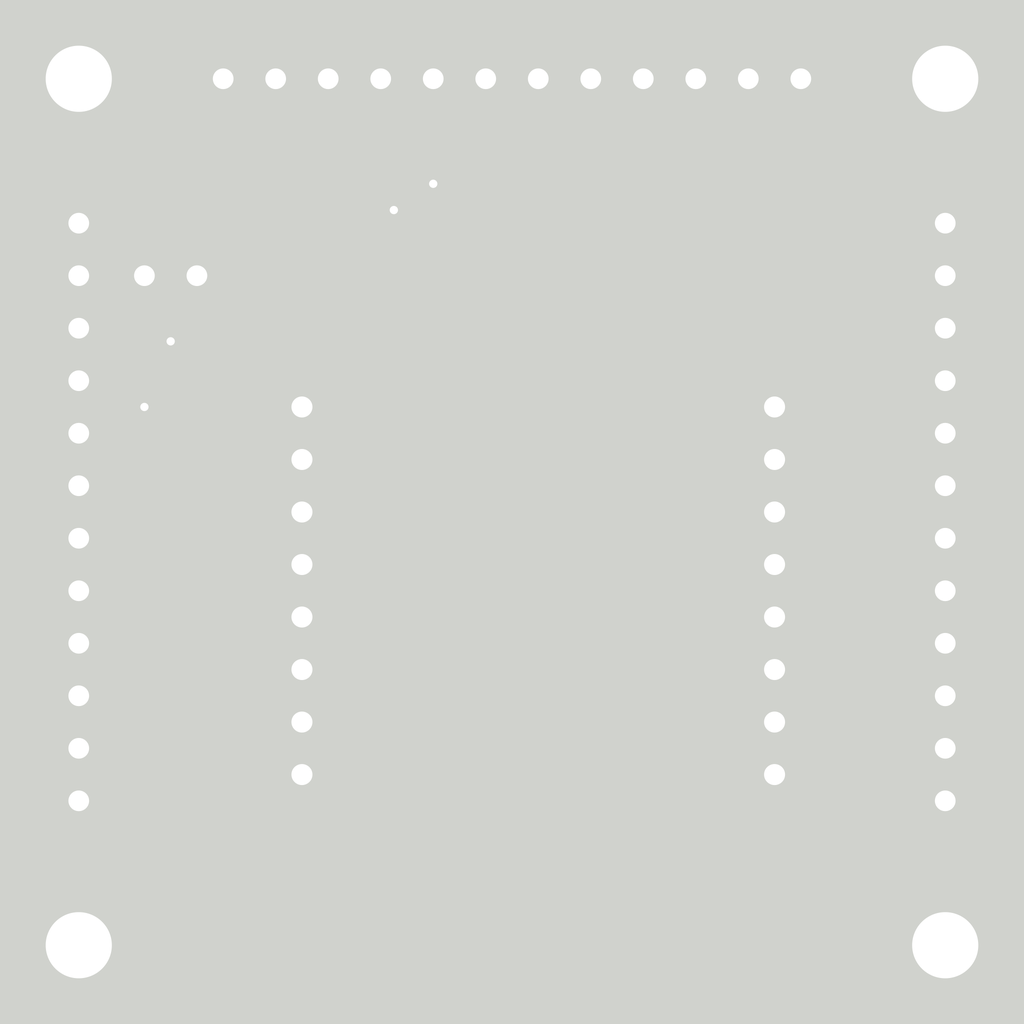
<source format=kicad_pcb>
(kicad_pcb (version 4) (host pcbnew 4.0.7+dfsg1-1~bpo9+1)

  (general
    (links 21)
    (no_connects 0)
    (area 0 0 0 0)
    (thickness 1.6)
    (drawings 14)
    (tracks 81)
    (zones 0)
    (modules 9)
    (nets 17)
  )

  (page A4)
  (layers
    (0 F.Cu signal)
    (31 B.Cu signal)
    (32 B.Adhes user)
    (33 F.Adhes user)
    (34 B.Paste user)
    (35 F.Paste user)
    (36 B.SilkS user)
    (37 F.SilkS user)
    (38 B.Mask user)
    (39 F.Mask user)
    (40 Dwgs.User user)
    (41 Cmts.User user)
    (42 Eco1.User user)
    (43 Eco2.User user)
    (44 Edge.Cuts user)
    (45 Margin user)
    (46 B.CrtYd user)
    (47 F.CrtYd user)
    (48 B.Fab user)
    (49 F.Fab user)
  )

  (setup
    (last_trace_width 0.25)
    (user_trace_width 0.5)
    (trace_clearance 0.2)
    (zone_clearance 0.508)
    (zone_45_only no)
    (trace_min 0.2)
    (segment_width 0.2)
    (edge_width 0.1)
    (via_size 0.6)
    (via_drill 0.4)
    (via_min_size 0.4)
    (via_min_drill 0.3)
    (uvia_size 0.3)
    (uvia_drill 0.1)
    (uvias_allowed no)
    (uvia_min_size 0.2)
    (uvia_min_drill 0.1)
    (pcb_text_width 0.3)
    (pcb_text_size 1.5 1.5)
    (mod_edge_width 0.15)
    (mod_text_size 1 1)
    (mod_text_width 0.15)
    (pad_size 1.5 1.5)
    (pad_drill 0.6)
    (pad_to_mask_clearance 0)
    (aux_axis_origin 0 0)
    (visible_elements FFFFFF7F)
    (pcbplotparams
      (layerselection 0x00030_80000001)
      (usegerberextensions false)
      (excludeedgelayer true)
      (linewidth 0.100000)
      (plotframeref false)
      (viasonmask false)
      (mode 1)
      (useauxorigin false)
      (hpglpennumber 1)
      (hpglpenspeed 20)
      (hpglpendiameter 15)
      (hpglpenoverlay 2)
      (psnegative false)
      (psa4output false)
      (plotreference true)
      (plotvalue true)
      (plotinvisibletext false)
      (padsonsilk false)
      (subtractmaskfromsilk false)
      (outputformat 1)
      (mirror false)
      (drillshape 1)
      (scaleselection 1)
      (outputdirectory ""))
  )

  (net 0 "")
  (net 1 /VIN)
  (net 2 /VCC)
  (net 3 /RX)
  (net 4 /TX)
  (net 5 /D0)
  (net 6 /D1)
  (net 7 /D2)
  (net 8 /D3)
  (net 9 /D4)
  (net 10 /D5)
  (net 11 /D6)
  (net 12 /D7)
  (net 13 /A0)
  (net 14 /D8)
  (net 15 "Net-(I1-Pad2)")
  (net 16 /GND)

  (net_class Default "This is the default net class."
    (clearance 0.2)
    (trace_width 0.25)
    (via_dia 0.6)
    (via_drill 0.4)
    (uvia_dia 0.3)
    (uvia_drill 0.1)
    (add_net /A0)
    (add_net /D0)
    (add_net /D1)
    (add_net /D2)
    (add_net /D3)
    (add_net /D4)
    (add_net /D5)
    (add_net /D6)
    (add_net /D7)
    (add_net /D8)
    (add_net /GND)
    (add_net /RX)
    (add_net /TX)
    (add_net /VCC)
    (add_net /VIN)
    (add_net "Net-(I1-Pad2)")
  )

  (module Mounting_Holes:MountingHole_3.2mm_M3 (layer F.Cu) (tedit 5AC4CC02) (tstamp 5ACA4CBC)
    (at 128.27 86.36)
    (descr "Mounting Hole 3.2mm, no annular, M3")
    (tags "mounting hole 3.2mm no annular m3")
    (fp_text reference M3 (at 0 2.54) (layer F.Fab)
      (effects (font (size 1 1) (thickness 0.15)))
    )
    (fp_text value "" (at 0 4.2) (layer F.Fab) hide
      (effects (font (size 1 1) (thickness 0.15)))
    )
    (fp_circle (center 0 0) (end 3.2 0) (layer Cmts.User) (width 0.15))
    (fp_circle (center 0 0) (end 3.45 0) (layer F.CrtYd) (width 0.05))
    (pad 1 np_thru_hole circle (at 0 0) (size 3.2 3.2) (drill 3.2) (layers *.Cu *.Mask))
  )

  (module Mounting_Holes:MountingHole_3.2mm_M3 (layer F.Cu) (tedit 5AC4CC05) (tstamp 5ACA4CC9)
    (at 170.18 86.36)
    (descr "Mounting Hole 3.2mm, no annular, M3")
    (tags "mounting hole 3.2mm no annular m3")
    (fp_text reference M3 (at 0 2.54) (layer F.Fab)
      (effects (font (size 1 1) (thickness 0.15)))
    )
    (fp_text value "" (at 0 4.2) (layer F.Fab) hide
      (effects (font (size 1 1) (thickness 0.15)))
    )
    (fp_circle (center 0 0) (end 3.2 0) (layer Cmts.User) (width 0.15))
    (fp_circle (center 0 0) (end 3.45 0) (layer F.CrtYd) (width 0.05))
    (pad 1 np_thru_hole circle (at 0 0) (size 3.2 3.2) (drill 3.2) (layers *.Cu *.Mask))
  )

  (module Mounting_Holes:MountingHole_3.2mm_M3 (layer F.Cu) (tedit 5AC4CC09) (tstamp 5ACA4CD6)
    (at 170.18 128.27)
    (descr "Mounting Hole 3.2mm, no annular, M3")
    (tags "mounting hole 3.2mm no annular m3")
    (fp_text reference "" (at 0 -4.2) (layer F.SilkS) hide
      (effects (font (size 1 1) (thickness 0.15)))
    )
    (fp_text value M3 (at 0 -2.54) (layer F.Fab)
      (effects (font (size 1 1) (thickness 0.15)))
    )
    (fp_circle (center 0 0) (end 3.2 0) (layer Cmts.User) (width 0.15))
    (fp_circle (center 0 0) (end 3.45 0) (layer F.CrtYd) (width 0.05))
    (pad 1 np_thru_hole circle (at 0 0) (size 3.2 3.2) (drill 3.2) (layers *.Cu *.Mask))
  )

  (module Mounting_Holes:MountingHole_3.2mm_M3 (layer F.Cu) (tedit 5AC4CC0E) (tstamp 5ACA4CE3)
    (at 128.27 128.27)
    (descr "Mounting Hole 3.2mm, no annular, M3")
    (tags "mounting hole 3.2mm no annular m3")
    (fp_text reference "" (at 0 -4.2) (layer F.SilkS) hide
      (effects (font (size 1 1) (thickness 0.15)))
    )
    (fp_text value M3 (at 0 -2.54) (layer F.Fab)
      (effects (font (size 1 1) (thickness 0.15)))
    )
    (fp_circle (center 0 0) (end 3.2 0) (layer Cmts.User) (width 0.15))
    (fp_circle (center 0 0) (end 3.45 0) (layer F.CrtYd) (width 0.05))
    (pad 1 np_thru_hole circle (at 0 0) (size 3.2 3.2) (drill 3.2) (layers *.Cu *.Mask))
  )

  (module Socket_Strips:Socket_Strip_Straight_1x12_Pitch2.54mm (layer F.Cu) (tedit 5AE8A52B) (tstamp 5AC3D673)
    (at 170.18 93.345)
    (descr "Through hole straight socket strip, 1x12, 2.54mm pitch, single row")
    (tags "Through hole socket strip THT 1x12 2.54mm single row")
    (path /5AC3D61D)
    (fp_text reference O1 (at 0 -2.33) (layer F.Fab)
      (effects (font (size 1 1) (thickness 0.15)))
    )
    (fp_text value Output (at 0 30.27) (layer F.Fab)
      (effects (font (size 1 1) (thickness 0.15)))
    )
    (fp_line (start -1.27 -1.27) (end -1.27 29.21) (layer F.Fab) (width 0.1))
    (fp_line (start -1.27 29.21) (end 1.27 29.21) (layer F.Fab) (width 0.1))
    (fp_line (start 1.27 29.21) (end 1.27 -1.27) (layer F.Fab) (width 0.1))
    (fp_line (start 1.27 -1.27) (end -1.27 -1.27) (layer F.Fab) (width 0.1))
    (fp_line (start -1.33 1.27) (end -1.33 29.27) (layer F.SilkS) (width 0.12))
    (fp_line (start -1.33 29.27) (end 1.33 29.27) (layer F.SilkS) (width 0.12))
    (fp_line (start 1.33 29.27) (end 1.33 1.27) (layer F.SilkS) (width 0.12))
    (fp_line (start 1.33 1.27) (end -1.33 1.27) (layer F.SilkS) (width 0.12))
    (fp_line (start -1.33 0) (end -1.33 -1.33) (layer F.SilkS) (width 0.12))
    (fp_line (start -1.33 -1.33) (end 0 -1.33) (layer F.SilkS) (width 0.12))
    (fp_line (start -1.8 -1.8) (end -1.8 29.75) (layer F.CrtYd) (width 0.05))
    (fp_line (start -1.8 29.75) (end 1.8 29.75) (layer F.CrtYd) (width 0.05))
    (fp_line (start 1.8 29.75) (end 1.8 -1.8) (layer F.CrtYd) (width 0.05))
    (fp_line (start 1.8 -1.8) (end -1.8 -1.8) (layer F.CrtYd) (width 0.05))
    (fp_text user %R (at 0 -2.33) (layer F.Fab) hide
      (effects (font (size 1 1) (thickness 0.15)))
    )
    (pad 1 thru_hole rect (at 0 0) (size 1.7 1.7) (drill 1) (layers *.Cu *.Mask)
      (net 1 /VIN))
    (pad 2 thru_hole oval (at 0 2.54) (size 1.7 1.7) (drill 1) (layers *.Cu *.Mask)
      (net 2 /VCC))
    (pad 3 thru_hole oval (at 0 5.08) (size 1.7 1.7) (drill 1) (layers *.Cu *.Mask)
      (net 16 /GND))
    (pad 4 thru_hole oval (at 0 7.62) (size 1.7 1.7) (drill 1) (layers *.Cu *.Mask))
    (pad 5 thru_hole oval (at 0 10.16) (size 1.7 1.7) (drill 1) (layers *.Cu *.Mask)
      (net 5 /D0))
    (pad 6 thru_hole oval (at 0 12.7) (size 1.7 1.7) (drill 1) (layers *.Cu *.Mask)
      (net 6 /D1))
    (pad 7 thru_hole oval (at 0 15.24) (size 1.7 1.7) (drill 1) (layers *.Cu *.Mask)
      (net 7 /D2))
    (pad 8 thru_hole oval (at 0 17.78) (size 1.7 1.7) (drill 1) (layers *.Cu *.Mask)
      (net 8 /D3))
    (pad 9 thru_hole oval (at 0 20.32) (size 1.7 1.7) (drill 1) (layers *.Cu *.Mask)
      (net 9 /D4))
    (pad 10 thru_hole oval (at 0 22.86) (size 1.7 1.7) (drill 1) (layers *.Cu *.Mask)
      (net 10 /D5))
    (pad 11 thru_hole oval (at 0 25.4) (size 1.7 1.7) (drill 1) (layers *.Cu *.Mask)
      (net 11 /D6))
    (pad 12 thru_hole oval (at 0 27.94) (size 1.7 1.7) (drill 1) (layers *.Cu *.Mask)
      (net 12 /D7))
    (model ${KISYS3DMOD}/Socket_Strips.3dshapes/Socket_Strip_Straight_1x12_Pitch2.54mm.wrl
      (at (xyz 0 -0.55 0))
      (scale (xyz 1 1 1))
      (rotate (xyz 0 0 270))
    )
  )

  (module Socket_Strips:Socket_Strip_Straight_1x12_Pitch2.54mm (layer F.Cu) (tedit 58CD5446) (tstamp 5ACB535D)
    (at 135.255 86.36 90)
    (descr "Through hole straight socket strip, 1x12, 2.54mm pitch, single row")
    (tags "Through hole socket strip THT 1x12 2.54mm single row")
    (path /5ACB521B)
    (fp_text reference O2 (at 0 -2.33 90) (layer F.SilkS)
      (effects (font (size 1 1) (thickness 0.15)))
    )
    (fp_text value Output (at 0 30.27 90) (layer F.Fab)
      (effects (font (size 1 1) (thickness 0.15)))
    )
    (fp_line (start -1.27 -1.27) (end -1.27 29.21) (layer F.Fab) (width 0.1))
    (fp_line (start -1.27 29.21) (end 1.27 29.21) (layer F.Fab) (width 0.1))
    (fp_line (start 1.27 29.21) (end 1.27 -1.27) (layer F.Fab) (width 0.1))
    (fp_line (start 1.27 -1.27) (end -1.27 -1.27) (layer F.Fab) (width 0.1))
    (fp_line (start -1.33 1.27) (end -1.33 29.27) (layer F.SilkS) (width 0.12))
    (fp_line (start -1.33 29.27) (end 1.33 29.27) (layer F.SilkS) (width 0.12))
    (fp_line (start 1.33 29.27) (end 1.33 1.27) (layer F.SilkS) (width 0.12))
    (fp_line (start 1.33 1.27) (end -1.33 1.27) (layer F.SilkS) (width 0.12))
    (fp_line (start -1.33 0) (end -1.33 -1.33) (layer F.SilkS) (width 0.12))
    (fp_line (start -1.33 -1.33) (end 0 -1.33) (layer F.SilkS) (width 0.12))
    (fp_line (start -1.8 -1.8) (end -1.8 29.75) (layer F.CrtYd) (width 0.05))
    (fp_line (start -1.8 29.75) (end 1.8 29.75) (layer F.CrtYd) (width 0.05))
    (fp_line (start 1.8 29.75) (end 1.8 -1.8) (layer F.CrtYd) (width 0.05))
    (fp_line (start 1.8 -1.8) (end -1.8 -1.8) (layer F.CrtYd) (width 0.05))
    (fp_text user %R (at 0 -2.33 90) (layer F.Fab)
      (effects (font (size 1 1) (thickness 0.15)))
    )
    (pad 1 thru_hole rect (at 0 0 90) (size 1.7 1.7) (drill 1) (layers *.Cu *.Mask)
      (net 1 /VIN))
    (pad 2 thru_hole oval (at 0 2.54 90) (size 1.7 1.7) (drill 1) (layers *.Cu *.Mask)
      (net 2 /VCC))
    (pad 3 thru_hole oval (at 0 5.08 90) (size 1.7 1.7) (drill 1) (layers *.Cu *.Mask)
      (net 16 /GND))
    (pad 4 thru_hole oval (at 0 7.62 90) (size 1.7 1.7) (drill 1) (layers *.Cu *.Mask))
    (pad 5 thru_hole oval (at 0 10.16 90) (size 1.7 1.7) (drill 1) (layers *.Cu *.Mask)
      (net 13 /A0))
    (pad 6 thru_hole oval (at 0 12.7 90) (size 1.7 1.7) (drill 1) (layers *.Cu *.Mask)
      (net 14 /D8))
    (pad 7 thru_hole oval (at 0 15.24 90) (size 1.7 1.7) (drill 1) (layers *.Cu *.Mask))
    (pad 8 thru_hole oval (at 0 17.78 90) (size 1.7 1.7) (drill 1) (layers *.Cu *.Mask))
    (pad 9 thru_hole oval (at 0 20.32 90) (size 1.7 1.7) (drill 1) (layers *.Cu *.Mask))
    (pad 10 thru_hole oval (at 0 22.86 90) (size 1.7 1.7) (drill 1) (layers *.Cu *.Mask))
    (pad 11 thru_hole oval (at 0 25.4 90) (size 1.7 1.7) (drill 1) (layers *.Cu *.Mask))
    (pad 12 thru_hole oval (at 0 27.94 90) (size 1.7 1.7) (drill 1) (layers *.Cu *.Mask))
    (model ${KISYS3DMOD}/Socket_Strips.3dshapes/Socket_Strip_Straight_1x12_Pitch2.54mm.wrl
      (at (xyz 0 -0.55 0))
      (scale (xyz 1 1 1))
      (rotate (xyz 0 0 270))
    )
  )

  (module ePlay:wemos (layer F.Cu) (tedit 5A860395) (tstamp 5ACB537D)
    (at 150.495 99.695)
    (descr http://wiki.stm32duino.com/images/a/ae/Bluepillpinout.gif)
    (path /5ACB4DC6)
    (fp_text reference U1 (at 0 -1) (layer F.Fab)
      (effects (font (size 1 1) (thickness 0.15)))
    )
    (fp_text value wemos (at 0 10 90) (layer F.SilkS)
      (effects (font (size 1 1) (thickness 0.15)))
    )
    (fp_text user USB (at 0 20) (layer F.SilkS)
      (effects (font (size 0.5 0.5) (thickness 0.075)))
    )
    (fp_line (start -13 -5) (end -13 23) (layer F.CrtYd) (width 0.15))
    (fp_line (start -13 23) (end 13 23) (layer F.CrtYd) (width 0.15))
    (fp_line (start 13 23) (end 13 -5) (layer F.CrtYd) (width 0.15))
    (fp_line (start 13 -5) (end -13 -5) (layer F.CrtYd) (width 0.15))
    (fp_line (start 3 23) (end 3 19) (layer F.CrtYd) (width 0.15))
    (fp_line (start 3 19) (end -3 19) (layer F.CrtYd) (width 0.15))
    (fp_line (start -3 19) (end -3 23) (layer F.CrtYd) (width 0.15))
    (fp_line (start -12.5 1.2) (end -12.5 22) (layer F.SilkS) (width 0.15))
    (fp_line (start -12.5 22) (end 12.5 22) (layer F.SilkS) (width 0.15))
    (fp_line (start 12.5 22) (end 12.5 1.2) (layer F.SilkS) (width 0.15))
    (fp_line (start 12.5 1.2) (end -12.5 1.2) (layer F.SilkS) (width 0.15))
    (pad 8 thru_hole circle (at 11.43 2.54) (size 1.7272 1.7272) (drill 1.016) (layers *.Cu *.Mask)
      (net 4 /TX))
    (pad 7 thru_hole circle (at 11.43 5.08) (size 1.7272 1.7272) (drill 1.016) (layers *.Cu *.Mask)
      (net 3 /RX))
    (pad 6 thru_hole circle (at 11.43 7.62) (size 1.7272 1.7272) (drill 1.016) (layers *.Cu *.Mask)
      (net 6 /D1))
    (pad 5 thru_hole circle (at 11.43 10.16) (size 1.7272 1.7272) (drill 1.016) (layers *.Cu *.Mask)
      (net 7 /D2))
    (pad 4 thru_hole circle (at 11.43 12.7) (size 1.7272 1.7272) (drill 1.016) (layers *.Cu *.Mask)
      (net 8 /D3))
    (pad 3 thru_hole circle (at 11.43 15.24) (size 1.7272 1.7272) (drill 1.016) (layers *.Cu *.Mask)
      (net 9 /D4))
    (pad 2 thru_hole circle (at 11.43 17.78) (size 1.7272 1.7272) (drill 1.016) (layers *.Cu *.Mask)
      (net 16 /GND))
    (pad 1 thru_hole circle (at 11.43 20.32) (size 1.7272 1.7272) (drill 1.016) (layers *.Cu *.Mask))
    (pad 9 thru_hole circle (at -11.43 2.54) (size 1.7272 1.7272) (drill 1.016) (layers *.Cu *.Mask))
    (pad 10 thru_hole circle (at -11.43 5.08) (size 1.7272 1.7272) (drill 1.016) (layers *.Cu *.Mask)
      (net 13 /A0))
    (pad 11 thru_hole circle (at -11.43 7.62) (size 1.7272 1.7272) (drill 1.016) (layers *.Cu *.Mask)
      (net 5 /D0))
    (pad 12 thru_hole circle (at -11.43 10.16) (size 1.7272 1.7272) (drill 1.016) (layers *.Cu *.Mask)
      (net 10 /D5))
    (pad 13 thru_hole circle (at -11.43 12.7) (size 1.7272 1.7272) (drill 1.016) (layers *.Cu *.Mask)
      (net 11 /D6))
    (pad 14 thru_hole circle (at -11.43 15.24) (size 1.7272 1.7272) (drill 1.016) (layers *.Cu *.Mask)
      (net 12 /D7))
    (pad 15 thru_hole circle (at -11.43 17.78) (size 1.7272 1.7272) (drill 1.016) (layers *.Cu *.Mask)
      (net 14 /D8))
    (pad 16 thru_hole circle (at -11.43 20.32) (size 1.7272 1.7272) (drill 1.016) (layers *.Cu *.Mask)
      (net 2 /VCC))
  )

  (module Socket_Strips:Socket_Strip_Straight_1x12_Pitch2.54mm (layer F.Cu) (tedit 5AE8A51F) (tstamp 5ACB53F9)
    (at 128.27 93.345)
    (descr "Through hole straight socket strip, 1x12, 2.54mm pitch, single row")
    (tags "Through hole socket strip THT 1x12 2.54mm single row")
    (path /5ACB4E97)
    (fp_text reference I1 (at 0 -2.33) (layer F.Fab)
      (effects (font (size 1 1) (thickness 0.15)))
    )
    (fp_text value SerialInput (at 3.175 25.4 90) (layer F.Fab)
      (effects (font (size 1 1) (thickness 0.15)))
    )
    (fp_line (start -1.27 -1.27) (end -1.27 29.21) (layer F.Fab) (width 0.1))
    (fp_line (start -1.27 29.21) (end 1.27 29.21) (layer F.Fab) (width 0.1))
    (fp_line (start 1.27 29.21) (end 1.27 -1.27) (layer F.Fab) (width 0.1))
    (fp_line (start 1.27 -1.27) (end -1.27 -1.27) (layer F.Fab) (width 0.1))
    (fp_line (start -1.33 1.27) (end -1.33 29.27) (layer F.SilkS) (width 0.12))
    (fp_line (start -1.33 29.27) (end 1.33 29.27) (layer F.SilkS) (width 0.12))
    (fp_line (start 1.33 29.27) (end 1.33 1.27) (layer F.SilkS) (width 0.12))
    (fp_line (start 1.33 1.27) (end -1.33 1.27) (layer F.SilkS) (width 0.12))
    (fp_line (start -1.33 0) (end -1.33 -1.33) (layer F.SilkS) (width 0.12))
    (fp_line (start -1.33 -1.33) (end 0 -1.33) (layer F.SilkS) (width 0.12))
    (fp_line (start -1.8 -1.8) (end -1.8 29.75) (layer F.CrtYd) (width 0.05))
    (fp_line (start -1.8 29.75) (end 1.8 29.75) (layer F.CrtYd) (width 0.05))
    (fp_line (start 1.8 29.75) (end 1.8 -1.8) (layer F.CrtYd) (width 0.05))
    (fp_line (start 1.8 -1.8) (end -1.8 -1.8) (layer F.CrtYd) (width 0.05))
    (fp_text user %R (at 0 -2.33) (layer F.Fab) hide
      (effects (font (size 1 1) (thickness 0.15)))
    )
    (pad 1 thru_hole rect (at 0 0) (size 1.7 1.7) (drill 1) (layers *.Cu *.Mask)
      (net 1 /VIN))
    (pad 2 thru_hole oval (at 0 2.54) (size 1.7 1.7) (drill 1) (layers *.Cu *.Mask)
      (net 15 "Net-(I1-Pad2)"))
    (pad 3 thru_hole oval (at 0 5.08) (size 1.7 1.7) (drill 1) (layers *.Cu *.Mask)
      (net 16 /GND))
    (pad 4 thru_hole oval (at 0 7.62) (size 1.7 1.7) (drill 1) (layers *.Cu *.Mask))
    (pad 5 thru_hole oval (at 0 10.16) (size 1.7 1.7) (drill 1) (layers *.Cu *.Mask))
    (pad 6 thru_hole oval (at 0 12.7) (size 1.7 1.7) (drill 1) (layers *.Cu *.Mask))
    (pad 7 thru_hole oval (at 0 15.24) (size 1.7 1.7) (drill 1) (layers *.Cu *.Mask))
    (pad 8 thru_hole oval (at 0 17.78) (size 1.7 1.7) (drill 1) (layers *.Cu *.Mask))
    (pad 9 thru_hole oval (at 0 20.32) (size 1.7 1.7) (drill 1) (layers *.Cu *.Mask))
    (pad 10 thru_hole oval (at 0 22.86) (size 1.7 1.7) (drill 1) (layers *.Cu *.Mask))
    (pad 11 thru_hole oval (at 0 25.4) (size 1.7 1.7) (drill 1) (layers *.Cu *.Mask)
      (net 3 /RX))
    (pad 12 thru_hole oval (at 0 27.94) (size 1.7 1.7) (drill 1) (layers *.Cu *.Mask)
      (net 4 /TX))
    (model ${KISYS3DMOD}/Socket_Strips.3dshapes/Socket_Strip_Straight_1x12_Pitch2.54mm.wrl
      (at (xyz 0 -0.55 0))
      (scale (xyz 1 1 1))
      (rotate (xyz 0 0 270))
    )
  )

  (module Pin_Headers:Pin_Header_Straight_1x02_Pitch2.54mm (layer F.Cu) (tedit 5AFF1ABA) (tstamp 5ACB55D3)
    (at 131.445 95.885 90)
    (descr "Through hole straight pin header, 1x02, 2.54mm pitch, single row")
    (tags "Through hole pin header THT 1x02 2.54mm single row")
    (path /5ACB5698)
    (fp_text reference SW1 (at -2.54 1.27 180) (layer F.Fab)
      (effects (font (size 1 1) (thickness 0.15)))
    )
    (fp_text value SW_SPST (at 0 4.87 90) (layer F.Fab)
      (effects (font (size 1 1) (thickness 0.15)))
    )
    (fp_line (start -0.635 -1.27) (end 1.27 -1.27) (layer F.Fab) (width 0.1))
    (fp_line (start 1.27 -1.27) (end 1.27 3.81) (layer F.Fab) (width 0.1))
    (fp_line (start 1.27 3.81) (end -1.27 3.81) (layer F.Fab) (width 0.1))
    (fp_line (start -1.27 3.81) (end -1.27 -0.635) (layer F.Fab) (width 0.1))
    (fp_line (start -1.27 -0.635) (end -0.635 -1.27) (layer F.Fab) (width 0.1))
    (fp_line (start -1.33 3.87) (end 1.33 3.87) (layer F.SilkS) (width 0.12))
    (fp_line (start -1.33 1.27) (end -1.33 3.87) (layer F.SilkS) (width 0.12))
    (fp_line (start 1.33 1.27) (end 1.33 3.87) (layer F.SilkS) (width 0.12))
    (fp_line (start -1.33 1.27) (end 1.33 1.27) (layer F.SilkS) (width 0.12))
    (fp_line (start -1.33 0) (end -1.33 -1.33) (layer F.SilkS) (width 0.12))
    (fp_line (start -1.33 -1.33) (end 0 -1.33) (layer F.SilkS) (width 0.12))
    (fp_line (start -1.8 -1.8) (end -1.8 4.35) (layer F.CrtYd) (width 0.05))
    (fp_line (start -1.8 4.35) (end 1.8 4.35) (layer F.CrtYd) (width 0.05))
    (fp_line (start 1.8 4.35) (end 1.8 -1.8) (layer F.CrtYd) (width 0.05))
    (fp_line (start 1.8 -1.8) (end -1.8 -1.8) (layer F.CrtYd) (width 0.05))
    (fp_text user %R (at 0 1.27 180) (layer F.Fab)
      (effects (font (size 1 1) (thickness 0.15)))
    )
    (pad 1 thru_hole rect (at 0 0 90) (size 1.7 1.7) (drill 1) (layers *.Cu *.Mask)
      (net 15 "Net-(I1-Pad2)"))
    (pad 2 thru_hole oval (at 0 2.54 90) (size 1.7 1.7) (drill 1) (layers *.Cu *.Mask)
      (net 2 /VCC))
    (model ${KISYS3DMOD}/Pin_Headers.3dshapes/Pin_Header_Straight_1x02_Pitch2.54mm.wrl
      (at (xyz 0 0 0))
      (scale (xyz 1 1 1))
      (rotate (xyz 0 0 0))
    )
  )

  (gr_text INPUT (at 131.445 109.22 90) (layer F.SilkS)
    (effects (font (size 1.5 1.5) (thickness 0.3)))
  )
  (gr_text OUTPUT (at 166.37 96.52 90) (layer F.SilkS)
    (effects (font (size 1.5 1.5) (thickness 0.3)))
  )
  (gr_text D8 (at 147.955 90.17 90) (layer F.SilkS)
    (effects (font (size 1.5 1.5) (thickness 0.3)))
  )
  (gr_text A0 (at 145.415 90.17 90) (layer F.SilkS)
    (effects (font (size 1.5 1.5) (thickness 0.3)))
  )
  (gr_text D0 (at 166.37 103.505) (layer F.SilkS)
    (effects (font (size 1.5 1.5) (thickness 0.3)))
  )
  (gr_text D1 (at 166.37 106.045) (layer F.SilkS)
    (effects (font (size 1.5 1.5) (thickness 0.3)))
  )
  (gr_text D2 (at 166.37 108.585) (layer F.SilkS)
    (effects (font (size 1.5 1.5) (thickness 0.3)))
  )
  (gr_text D3 (at 166.37 111.125) (layer F.SilkS)
    (effects (font (size 1.5 1.5) (thickness 0.3)))
  )
  (gr_text D4 (at 166.37 113.665) (layer F.SilkS)
    (effects (font (size 1.5 1.5) (thickness 0.3)))
  )
  (gr_text D5 (at 166.37 116.205) (layer F.SilkS)
    (effects (font (size 1.5 1.5) (thickness 0.3)))
  )
  (gr_text D6 (at 166.37 118.745) (layer F.SilkS)
    (effects (font (size 1.5 1.5) (thickness 0.3)))
  )
  (gr_text D7 (at 166.37 121.285) (layer F.SilkS)
    (effects (font (size 1.5 1.5) (thickness 0.3)))
  )
  (gr_text "Power\nFrom\nInput?" (at 130.81 91.44) (layer F.SilkS)
    (effects (font (size 1 1) (thickness 0.2)) (justify left))
  )
  (gr_text "WeMos v1.0\nnickthecoder.co.uk" (at 135.255 128.27) (layer F.SilkS)
    (effects (font (size 1.5 1.5) (thickness 0.3)) (justify left))
  )

  (segment (start 167.005 90.17) (end 166.37 89.535) (width 0.5) (layer F.Cu) (net 1))
  (segment (start 166.37 89.535) (end 166.37 86.36) (width 0.5) (layer F.Cu) (net 1) (tstamp 5ACB5502))
  (segment (start 135.255 86.36) (end 135.255 85.725) (width 0.5) (layer F.Cu) (net 1))
  (segment (start 135.255 85.725) (end 136.525 84.455) (width 0.5) (layer F.Cu) (net 1) (tstamp 5ACB54F9))
  (segment (start 136.525 84.455) (end 164.465 84.455) (width 0.5) (layer F.Cu) (net 1) (tstamp 5ACB54FA))
  (segment (start 164.465 84.455) (end 166.37 86.36) (width 0.5) (layer F.Cu) (net 1) (tstamp 5ACB54FB))
  (segment (start 167.005 90.17) (end 170.18 93.345) (width 0.5) (layer F.Cu) (net 1) (tstamp 5ACB54FE))
  (segment (start 128.27 93.345) (end 135.255 86.36) (width 0.5) (layer F.Cu) (net 1))
  (segment (start 128.27 93.345) (end 128.905 93.345) (width 0.5) (layer F.Cu) (net 1))
  (segment (start 139.065 120.015) (end 137.16 120.015) (width 0.5) (layer F.Cu) (net 2))
  (segment (start 133.985 116.84) (end 133.985 95.885) (width 0.5) (layer F.Cu) (net 2) (tstamp 5ACB561C))
  (segment (start 137.16 120.015) (end 133.985 116.84) (width 0.5) (layer F.Cu) (net 2))
  (segment (start 137.795 90.17) (end 161.925 90.17) (width 0.5) (layer F.Cu) (net 2))
  (segment (start 167.64 95.885) (end 170.18 95.885) (width 0.5) (layer F.Cu) (net 2) (tstamp 5ACB562E))
  (segment (start 161.925 90.17) (end 167.64 95.885) (width 0.5) (layer F.Cu) (net 2) (tstamp 5ACB562C))
  (segment (start 134.3025 94.2975) (end 134.3025 93.6625) (width 0.5) (layer F.Cu) (net 2))
  (segment (start 134.3025 93.6625) (end 137.795 90.17) (width 0.5) (layer F.Cu) (net 2) (tstamp 5ACB5627))
  (segment (start 133.985 95.885) (end 133.985 94.615) (width 0.5) (layer F.Cu) (net 2))
  (segment (start 137.795 90.17) (end 137.795 86.36) (width 0.5) (layer F.Cu) (net 2) (tstamp 5ACB562A))
  (segment (start 133.985 94.615) (end 134.3025 94.2975) (width 0.5) (layer F.Cu) (net 2) (tstamp 5ACB561F))
  (segment (start 161.925 104.775) (end 160.02 104.775) (width 0.25) (layer B.Cu) (net 3))
  (segment (start 131.445 116.205) (end 128.905 118.745) (width 0.25) (layer F.Cu) (net 3) (tstamp 5ACB5951))
  (segment (start 146.685 104.775) (end 154.94 104.775) (width 0.25) (layer B.Cu) (net 3) (tstamp 5ACB5966))
  (segment (start 140.97 99.06) (end 146.685 104.775) (width 0.25) (layer B.Cu) (net 3) (tstamp 5ACB5960))
  (segment (start 134.62 99.06) (end 140.97 99.06) (width 0.25) (layer B.Cu) (net 3) (tstamp 5ACB595F))
  (segment (start 131.445 102.235) (end 134.62 99.06) (width 0.25) (layer B.Cu) (net 3) (tstamp 5ACB595E))
  (via (at 131.445 102.235) (size 0.6) (drill 0.4) (layers F.Cu B.Cu) (net 3))
  (segment (start 131.445 116.205) (end 131.445 102.235) (width 0.25) (layer F.Cu) (net 3) (tstamp 5ACB5952))
  (segment (start 160.02 104.775) (end 154.94 104.775) (width 0.25) (layer B.Cu) (net 3))
  (segment (start 128.27 118.745) (end 128.905 118.745) (width 0.25) (layer F.Cu) (net 3))
  (segment (start 161.925 102.235) (end 160.02 102.235) (width 0.25) (layer B.Cu) (net 4))
  (segment (start 146.685 102.235) (end 142.24 97.79) (width 0.25) (layer B.Cu) (net 4) (tstamp 5ACB5976))
  (segment (start 142.24 97.79) (end 133.985 97.79) (width 0.25) (layer B.Cu) (net 4) (tstamp 5ACB5978))
  (segment (start 133.985 97.79) (end 132.715 99.06) (width 0.25) (layer B.Cu) (net 4) (tstamp 5ACB5979))
  (via (at 132.715 99.06) (size 0.6) (drill 0.4) (layers F.Cu B.Cu) (net 4))
  (segment (start 132.715 99.06) (end 132.715 117.475) (width 0.25) (layer F.Cu) (net 4) (tstamp 5ACB5980))
  (segment (start 132.715 117.475) (end 128.905 121.285) (width 0.25) (layer F.Cu) (net 4) (tstamp 5ACB5981))
  (segment (start 160.02 102.235) (end 146.685 102.235) (width 0.25) (layer B.Cu) (net 4))
  (segment (start 128.905 121.285) (end 128.27 121.285) (width 0.25) (layer F.Cu) (net 4) (tstamp 5ACB5982))
  (segment (start 139.065 107.315) (end 139.7 107.315) (width 0.25) (layer F.Cu) (net 5))
  (segment (start 139.7 107.315) (end 146.685 100.33) (width 0.25) (layer F.Cu) (net 5) (tstamp 5ACB5AE7))
  (segment (start 146.685 100.33) (end 167.005 100.33) (width 0.25) (layer F.Cu) (net 5) (tstamp 5ACB5AE8))
  (segment (start 167.005 100.33) (end 170.18 103.505) (width 0.25) (layer F.Cu) (net 5) (tstamp 5ACB5AEA))
  (segment (start 161.925 107.315) (end 168.91 107.315) (width 0.25) (layer F.Cu) (net 6))
  (segment (start 168.91 107.315) (end 170.18 106.045) (width 0.25) (layer F.Cu) (net 6) (tstamp 5ACB5AD2))
  (segment (start 161.925 109.855) (end 168.91 109.855) (width 0.25) (layer F.Cu) (net 7))
  (segment (start 168.91 109.855) (end 170.18 108.585) (width 0.25) (layer F.Cu) (net 7) (tstamp 5ACB5AD6))
  (segment (start 161.925 112.395) (end 168.91 112.395) (width 0.25) (layer F.Cu) (net 8))
  (segment (start 168.91 112.395) (end 170.18 111.125) (width 0.25) (layer F.Cu) (net 8) (tstamp 5ACB5ADA))
  (segment (start 161.925 114.935) (end 168.91 114.935) (width 0.25) (layer F.Cu) (net 9))
  (segment (start 168.91 114.935) (end 170.18 113.665) (width 0.25) (layer F.Cu) (net 9) (tstamp 5ACB5ADE))
  (segment (start 139.7 109.855) (end 151.765 121.92) (width 0.25) (layer F.Cu) (net 10) (tstamp 5ACB58D5))
  (segment (start 170.18 116.205) (end 169.545 116.205) (width 0.25) (layer F.Cu) (net 10))
  (segment (start 169.545 116.205) (end 163.83 121.92) (width 0.25) (layer F.Cu) (net 10) (tstamp 5ACB5843))
  (segment (start 163.83 121.92) (end 151.765 121.92) (width 0.25) (layer F.Cu) (net 10) (tstamp 5ACB5844))
  (segment (start 139.7 112.395) (end 150.495 123.19) (width 0.25) (layer F.Cu) (net 11) (tstamp 5ACB58DA))
  (segment (start 170.18 118.745) (end 168.91 118.745) (width 0.25) (layer F.Cu) (net 11))
  (segment (start 168.91 118.745) (end 164.465 123.19) (width 0.25) (layer F.Cu) (net 11) (tstamp 5ACB583B))
  (segment (start 164.465 123.19) (end 150.495 123.19) (width 0.25) (layer F.Cu) (net 11) (tstamp 5ACB583D))
  (segment (start 148.59 123.825) (end 149.225 124.46) (width 0.25) (layer F.Cu) (net 12))
  (segment (start 139.7 114.935) (end 148.59 123.825) (width 0.25) (layer F.Cu) (net 12) (tstamp 5ACB58DF))
  (segment (start 165.735 124.46) (end 149.225 124.46) (width 0.25) (layer F.Cu) (net 12) (tstamp 5ACB5835))
  (segment (start 168.91 121.285) (end 165.735 124.46) (width 0.25) (layer F.Cu) (net 12) (tstamp 5ACB5831))
  (segment (start 170.18 121.285) (end 168.91 121.285) (width 0.25) (layer F.Cu) (net 12))
  (segment (start 145.415 93.345) (end 145.415 97.79) (width 0.25) (layer F.Cu) (net 13))
  (segment (start 145.415 99.06) (end 139.7 104.775) (width 0.25) (layer F.Cu) (net 13) (tstamp 5ACB5AEF))
  (segment (start 145.415 97.79) (end 145.415 99.06) (width 0.25) (layer F.Cu) (net 13) (tstamp 5ACB5AEE))
  (segment (start 139.7 104.775) (end 139.065 104.775) (width 0.25) (layer F.Cu) (net 13) (tstamp 5ACB5AF0))
  (segment (start 145.415 93.345) (end 145.415 91.44) (width 0.25) (layer F.Cu) (net 13) (tstamp 5ACB5930))
  (via (at 145.415 91.44) (size 0.6) (drill 0.4) (layers F.Cu B.Cu) (net 13))
  (segment (start 145.415 91.44) (end 145.415 86.36) (width 0.25) (layer B.Cu) (net 13) (tstamp 5ACB5583))
  (segment (start 139.065 117.475) (end 137.16 117.475) (width 0.25) (layer F.Cu) (net 14))
  (segment (start 135.255 115.57) (end 135.255 100.33) (width 0.25) (layer F.Cu) (net 14) (tstamp 5ACB5587))
  (segment (start 135.255 100.33) (end 142.875 92.71) (width 0.25) (layer F.Cu) (net 14) (tstamp 5ACB5588))
  (segment (start 142.875 92.71) (end 143.51 92.71) (width 0.25) (layer F.Cu) (net 14) (tstamp 5ACB5589))
  (via (at 143.51 92.71) (size 0.6) (drill 0.4) (layers F.Cu B.Cu) (net 14))
  (segment (start 143.51 92.71) (end 146.685 92.71) (width 0.25) (layer B.Cu) (net 14) (tstamp 5ACB558B))
  (segment (start 146.685 92.71) (end 147.955 91.44) (width 0.25) (layer B.Cu) (net 14) (tstamp 5ACB558C))
  (segment (start 147.955 91.44) (end 147.955 86.36) (width 0.25) (layer B.Cu) (net 14) (tstamp 5ACB558D))
  (segment (start 137.16 117.475) (end 135.255 115.57) (width 0.25) (layer F.Cu) (net 14))
  (segment (start 128.27 95.885) (end 131.445 95.885) (width 0.5) (layer F.Cu) (net 15))

  (zone (net 0) (net_name "") (layer Edge.Cuts) (tstamp 5AC24303) (hatch edge 0.508)
    (connect_pads (clearance 0.508))
    (min_thickness 0.001)
    (fill yes (arc_segments 16) (thermal_gap 0.508) (thermal_bridge_width 0.508))
    (polygon
      (pts
        (xy 173.99 132.08) (xy 124.46 132.08) (xy 124.46 82.55) (xy 173.99 82.55)
      )
    )
    (filled_polygon
      (pts
        (xy 173.9895 132.0795) (xy 124.4605 132.0795) (xy 124.4605 82.5505) (xy 173.9895 82.5505)
      )
    )
  )
  (zone (net 16) (net_name /GND) (layer B.Cu) (tstamp 5AC245F7) (hatch edge 0.508)
    (connect_pads (clearance 0.508))
    (min_thickness 0.254)
    (fill yes (arc_segments 16) (thermal_gap 0.508) (thermal_bridge_width 0.508))
    (polygon
      (pts
        (xy 172.72 130.81) (xy 125.73 130.81) (xy 125.73 83.82) (xy 172.72 83.82)
      )
    )
    (filled_polygon
      (pts
        (xy 172.593 130.683) (xy 125.857 130.683) (xy 125.857 128.712619) (xy 126.034613 128.712619) (xy 126.374155 129.534372)
        (xy 127.002321 130.163636) (xy 127.823481 130.504611) (xy 128.712619 130.505387) (xy 129.534372 130.165845) (xy 130.163636 129.537679)
        (xy 130.504611 128.716519) (xy 130.504614 128.712619) (xy 167.944613 128.712619) (xy 168.284155 129.534372) (xy 168.912321 130.163636)
        (xy 169.733481 130.504611) (xy 170.622619 130.505387) (xy 171.444372 130.165845) (xy 172.073636 129.537679) (xy 172.414611 128.716519)
        (xy 172.415387 127.827381) (xy 172.075845 127.005628) (xy 171.447679 126.376364) (xy 170.626519 126.035389) (xy 169.737381 126.034613)
        (xy 168.915628 126.374155) (xy 168.286364 127.002321) (xy 167.945389 127.823481) (xy 167.944613 128.712619) (xy 130.504614 128.712619)
        (xy 130.505387 127.827381) (xy 130.165845 127.005628) (xy 129.537679 126.376364) (xy 128.716519 126.035389) (xy 127.827381 126.034613)
        (xy 127.005628 126.374155) (xy 126.376364 127.002321) (xy 126.035389 127.823481) (xy 126.034613 128.712619) (xy 125.857 128.712619)
        (xy 125.857 100.965) (xy 126.755907 100.965) (xy 126.868946 101.533285) (xy 127.190853 102.015054) (xy 127.520026 102.235)
        (xy 127.190853 102.454946) (xy 126.868946 102.936715) (xy 126.755907 103.505) (xy 126.868946 104.073285) (xy 127.190853 104.555054)
        (xy 127.520026 104.775) (xy 127.190853 104.994946) (xy 126.868946 105.476715) (xy 126.755907 106.045) (xy 126.868946 106.613285)
        (xy 127.190853 107.095054) (xy 127.520026 107.315) (xy 127.190853 107.534946) (xy 126.868946 108.016715) (xy 126.755907 108.585)
        (xy 126.868946 109.153285) (xy 127.190853 109.635054) (xy 127.520026 109.855) (xy 127.190853 110.074946) (xy 126.868946 110.556715)
        (xy 126.755907 111.125) (xy 126.868946 111.693285) (xy 127.190853 112.175054) (xy 127.520026 112.395) (xy 127.190853 112.614946)
        (xy 126.868946 113.096715) (xy 126.755907 113.665) (xy 126.868946 114.233285) (xy 127.190853 114.715054) (xy 127.520026 114.935)
        (xy 127.190853 115.154946) (xy 126.868946 115.636715) (xy 126.755907 116.205) (xy 126.868946 116.773285) (xy 127.190853 117.255054)
        (xy 127.520026 117.475) (xy 127.190853 117.694946) (xy 126.868946 118.176715) (xy 126.755907 118.745) (xy 126.868946 119.313285)
        (xy 127.190853 119.795054) (xy 127.520026 120.015) (xy 127.190853 120.234946) (xy 126.868946 120.716715) (xy 126.755907 121.285)
        (xy 126.868946 121.853285) (xy 127.190853 122.335054) (xy 127.672622 122.656961) (xy 128.240907 122.77) (xy 128.299093 122.77)
        (xy 128.867378 122.656961) (xy 129.349147 122.335054) (xy 129.671054 121.853285) (xy 129.784093 121.285) (xy 129.671054 120.716715)
        (xy 129.349147 120.234946) (xy 129.019974 120.015) (xy 129.349147 119.795054) (xy 129.671054 119.313285) (xy 129.784093 118.745)
        (xy 129.671054 118.176715) (xy 129.349147 117.694946) (xy 129.019974 117.475) (xy 129.349147 117.255054) (xy 129.671054 116.773285)
        (xy 129.784093 116.205) (xy 129.671054 115.636715) (xy 129.349147 115.154946) (xy 129.019974 114.935) (xy 129.349147 114.715054)
        (xy 129.671054 114.233285) (xy 129.784093 113.665) (xy 129.671054 113.096715) (xy 129.349147 112.614946) (xy 129.019974 112.395)
        (xy 129.349147 112.175054) (xy 129.671054 111.693285) (xy 129.784093 111.125) (xy 129.671054 110.556715) (xy 129.349147 110.074946)
        (xy 129.019974 109.855) (xy 129.349147 109.635054) (xy 129.671054 109.153285) (xy 129.784093 108.585) (xy 129.671054 108.016715)
        (xy 129.349147 107.534946) (xy 129.019974 107.315) (xy 129.349147 107.095054) (xy 129.671054 106.613285) (xy 129.784093 106.045)
        (xy 129.671054 105.476715) (xy 129.349147 104.994946) (xy 129.019974 104.775) (xy 129.349147 104.555054) (xy 129.671054 104.073285)
        (xy 129.784093 103.505) (xy 129.671054 102.936715) (xy 129.349147 102.454946) (xy 129.019974 102.235) (xy 129.349147 102.015054)
        (xy 129.671054 101.533285) (xy 129.784093 100.965) (xy 129.671054 100.396715) (xy 129.349147 99.914946) (xy 129.008447 99.687298)
        (xy 129.151358 99.620183) (xy 129.541645 99.191924) (xy 129.711476 98.78189) (xy 129.590155 98.552) (xy 128.397 98.552)
        (xy 128.397 98.572) (xy 128.143 98.572) (xy 128.143 98.552) (xy 126.949845 98.552) (xy 126.828524 98.78189)
        (xy 126.998355 99.191924) (xy 127.388642 99.620183) (xy 127.531553 99.687298) (xy 127.190853 99.914946) (xy 126.868946 100.396715)
        (xy 126.755907 100.965) (xy 125.857 100.965) (xy 125.857 95.885) (xy 126.755907 95.885) (xy 126.868946 96.453285)
        (xy 127.190853 96.935054) (xy 127.531553 97.162702) (xy 127.388642 97.229817) (xy 126.998355 97.658076) (xy 126.828524 98.06811)
        (xy 126.949845 98.298) (xy 128.143 98.298) (xy 128.143 98.278) (xy 128.397 98.278) (xy 128.397 98.298)
        (xy 129.590155 98.298) (xy 129.711476 98.06811) (xy 129.541645 97.658076) (xy 129.151358 97.229817) (xy 129.008447 97.162702)
        (xy 129.349147 96.935054) (xy 129.671054 96.453285) (xy 129.784093 95.885) (xy 129.671054 95.316715) (xy 129.482819 95.035)
        (xy 129.94756 95.035) (xy 129.94756 96.735) (xy 129.991838 96.970317) (xy 130.13091 97.186441) (xy 130.34311 97.331431)
        (xy 130.595 97.38244) (xy 132.295 97.38244) (xy 132.530317 97.338162) (xy 132.746441 97.19909) (xy 132.891431 96.98689)
        (xy 132.905086 96.919459) (xy 132.934946 96.964147) (xy 133.415174 97.285024) (xy 132.57532 98.124878) (xy 132.529833 98.124838)
        (xy 132.186057 98.266883) (xy 131.922808 98.529673) (xy 131.780162 98.873201) (xy 131.779838 99.245167) (xy 131.921883 99.588943)
        (xy 132.184673 99.852192) (xy 132.528201 99.994838) (xy 132.610288 99.99491) (xy 131.30532 101.299878) (xy 131.259833 101.299838)
        (xy 130.916057 101.441883) (xy 130.652808 101.704673) (xy 130.510162 102.048201) (xy 130.509838 102.420167) (xy 130.651883 102.763943)
        (xy 130.914673 103.027192) (xy 131.258201 103.169838) (xy 131.630167 103.170162) (xy 131.973943 103.028117) (xy 132.237192 102.765327)
        (xy 132.334168 102.531782) (xy 137.566141 102.531782) (xy 137.793808 103.08278) (xy 138.215003 103.50471) (xy 138.215931 103.505095)
        (xy 137.79529 103.925003) (xy 137.566661 104.475602) (xy 137.566141 105.071782) (xy 137.793808 105.62278) (xy 138.215003 106.04471)
        (xy 138.215931 106.045095) (xy 137.79529 106.465003) (xy 137.566661 107.015602) (xy 137.566141 107.611782) (xy 137.793808 108.16278)
        (xy 138.215003 108.58471) (xy 138.215931 108.585095) (xy 137.79529 109.005003) (xy 137.566661 109.555602) (xy 137.566141 110.151782)
        (xy 137.793808 110.70278) (xy 138.215003 111.12471) (xy 138.215931 111.125095) (xy 137.79529 111.545003) (xy 137.566661 112.095602)
        (xy 137.566141 112.691782) (xy 137.793808 113.24278) (xy 138.215003 113.66471) (xy 138.215931 113.665095) (xy 137.79529 114.085003)
        (xy 137.566661 114.635602) (xy 137.566141 115.231782) (xy 137.793808 115.78278) (xy 138.215003 116.20471) (xy 138.215931 116.205095)
        (xy 137.79529 116.625003) (xy 137.566661 117.175602) (xy 137.566141 117.771782) (xy 137.793808 118.32278) (xy 138.215003 118.74471)
        (xy 138.215931 118.745095) (xy 137.79529 119.165003) (xy 137.566661 119.715602) (xy 137.566141 120.311782) (xy 137.793808 120.86278)
        (xy 138.215003 121.28471) (xy 138.765602 121.513339) (xy 139.361782 121.513859) (xy 139.91278 121.286192) (xy 140.33471 120.864997)
        (xy 140.563339 120.314398) (xy 140.563341 120.311782) (xy 160.426141 120.311782) (xy 160.653808 120.86278) (xy 161.075003 121.28471)
        (xy 161.625602 121.513339) (xy 162.221782 121.513859) (xy 162.77278 121.286192) (xy 163.19471 120.864997) (xy 163.423339 120.314398)
        (xy 163.423859 119.718218) (xy 163.196192 119.16722) (xy 162.774997 118.74529) (xy 162.734463 118.728459) (xy 162.7992 118.528805)
        (xy 161.925 117.654605) (xy 161.0508 118.528805) (xy 161.115399 118.728033) (xy 161.07722 118.743808) (xy 160.65529 119.165003)
        (xy 160.426661 119.715602) (xy 160.426141 120.311782) (xy 140.563341 120.311782) (xy 140.563859 119.718218) (xy 140.336192 119.16722)
        (xy 139.914997 118.74529) (xy 139.914069 118.744905) (xy 140.33471 118.324997) (xy 140.563339 117.774398) (xy 140.563802 117.24303)
        (xy 160.414752 117.24303) (xy 160.440942 117.838635) (xy 160.618484 118.267259) (xy 160.871195 118.3492) (xy 161.745395 117.475)
        (xy 162.104605 117.475) (xy 162.978805 118.3492) (xy 163.231516 118.267259) (xy 163.435248 117.70697) (xy 163.409058 117.111365)
        (xy 163.231516 116.682741) (xy 162.978805 116.6008) (xy 162.104605 117.475) (xy 161.745395 117.475) (xy 160.871195 116.6008)
        (xy 160.618484 116.682741) (xy 160.414752 117.24303) (xy 140.563802 117.24303) (xy 140.563859 117.178218) (xy 140.336192 116.62722)
        (xy 139.914997 116.20529) (xy 139.914069 116.204905) (xy 140.33471 115.784997) (xy 140.563339 115.234398) (xy 140.563859 114.638218)
        (xy 140.336192 114.08722) (xy 139.914997 113.66529) (xy 139.914069 113.664905) (xy 140.33471 113.244997) (xy 140.563339 112.694398)
        (xy 140.563859 112.098218) (xy 140.336192 111.54722) (xy 139.914997 111.12529) (xy 139.914069 111.124905) (xy 140.33471 110.704997)
        (xy 140.563339 110.154398) (xy 140.563859 109.558218) (xy 140.336192 109.00722) (xy 139.914997 108.58529) (xy 139.914069 108.584905)
        (xy 140.33471 108.164997) (xy 140.563339 107.614398) (xy 140.563859 107.018218) (xy 140.336192 106.46722) (xy 139.914997 106.04529)
        (xy 139.914069 106.044905) (xy 140.33471 105.624997) (xy 140.563339 105.074398) (xy 140.563859 104.478218) (xy 140.336192 103.92722)
        (xy 139.914997 103.50529) (xy 139.914069 103.504905) (xy 140.33471 103.084997) (xy 140.563339 102.534398) (xy 140.563859 101.938218)
        (xy 140.336192 101.38722) (xy 139.914997 100.96529) (xy 139.364398 100.736661) (xy 138.768218 100.736141) (xy 138.21722 100.963808)
        (xy 137.79529 101.385003) (xy 137.566661 101.935602) (xy 137.566141 102.531782) (xy 132.334168 102.531782) (xy 132.379838 102.421799)
        (xy 132.379879 102.374923) (xy 134.934802 99.82) (xy 140.655198 99.82) (xy 146.147599 105.312402) (xy 146.394161 105.477148)
        (xy 146.685 105.535) (xy 160.617538 105.535) (xy 160.653808 105.62278) (xy 161.075003 106.04471) (xy 161.075931 106.045095)
        (xy 160.65529 106.465003) (xy 160.426661 107.015602) (xy 160.426141 107.611782) (xy 160.653808 108.16278) (xy 161.075003 108.58471)
        (xy 161.075931 108.585095) (xy 160.65529 109.005003) (xy 160.426661 109.555602) (xy 160.426141 110.151782) (xy 160.653808 110.70278)
        (xy 161.075003 111.12471) (xy 161.075931 111.125095) (xy 160.65529 111.545003) (xy 160.426661 112.095602) (xy 160.426141 112.691782)
        (xy 160.653808 113.24278) (xy 161.075003 113.66471) (xy 161.075931 113.665095) (xy 160.65529 114.085003) (xy 160.426661 114.635602)
        (xy 160.426141 115.231782) (xy 160.653808 115.78278) (xy 161.075003 116.20471) (xy 161.115537 116.221541) (xy 161.0508 116.421195)
        (xy 161.925 117.295395) (xy 162.7992 116.421195) (xy 162.734601 116.221967) (xy 162.77278 116.206192) (xy 163.19471 115.784997)
        (xy 163.423339 115.234398) (xy 163.423859 114.638218) (xy 163.196192 114.08722) (xy 162.774997 113.66529) (xy 162.774069 113.664905)
        (xy 163.19471 113.244997) (xy 163.423339 112.694398) (xy 163.423859 112.098218) (xy 163.196192 111.54722) (xy 162.774997 111.12529)
        (xy 162.774069 111.124905) (xy 163.19471 110.704997) (xy 163.423339 110.154398) (xy 163.423859 109.558218) (xy 163.196192 109.00722)
        (xy 162.774997 108.58529) (xy 162.774069 108.584905) (xy 163.19471 108.164997) (xy 163.423339 107.614398) (xy 163.423859 107.018218)
        (xy 163.196192 106.46722) (xy 162.774997 106.04529) (xy 162.774069 106.044905) (xy 163.19471 105.624997) (xy 163.423339 105.074398)
        (xy 163.423859 104.478218) (xy 163.196192 103.92722) (xy 162.774997 103.50529) (xy 162.774069 103.504905) (xy 163.19471 103.084997)
        (xy 163.423339 102.534398) (xy 163.423859 101.938218) (xy 163.196192 101.38722) (xy 162.774997 100.96529) (xy 162.774299 100.965)
        (xy 168.665907 100.965) (xy 168.778946 101.533285) (xy 169.100853 102.015054) (xy 169.430026 102.235) (xy 169.100853 102.454946)
        (xy 168.778946 102.936715) (xy 168.665907 103.505) (xy 168.778946 104.073285) (xy 169.100853 104.555054) (xy 169.430026 104.775)
        (xy 169.100853 104.994946) (xy 168.778946 105.476715) (xy 168.665907 106.045) (xy 168.778946 106.613285) (xy 169.100853 107.095054)
        (xy 169.430026 107.315) (xy 169.100853 107.534946) (xy 168.778946 108.016715) (xy 168.665907 108.585) (xy 168.778946 109.153285)
        (xy 169.100853 109.635054) (xy 169.430026 109.855) (xy 169.100853 110.074946) (xy 168.778946 110.556715) (xy 168.665907 111.125)
        (xy 168.778946 111.693285) (xy 169.100853 112.175054) (xy 169.430026 112.395) (xy 169.100853 112.614946) (xy 168.778946 113.096715)
        (xy 168.665907 113.665) (xy 168.778946 114.233285) (xy 169.100853 114.715054) (xy 169.430026 114.935) (xy 169.100853 115.154946)
        (xy 168.778946 115.636715) (xy 168.665907 116.205) (xy 168.778946 116.773285) (xy 169.100853 117.255054) (xy 169.430026 117.475)
        (xy 169.100853 117.694946) (xy 168.778946 118.176715) (xy 168.665907 118.745) (xy 168.778946 119.313285) (xy 169.100853 119.795054)
        (xy 169.430026 120.015) (xy 169.100853 120.234946) (xy 168.778946 120.716715) (xy 168.665907 121.285) (xy 168.778946 121.853285)
        (xy 169.100853 122.335054) (xy 169.582622 122.656961) (xy 170.150907 122.77) (xy 170.209093 122.77) (xy 170.777378 122.656961)
        (xy 171.259147 122.335054) (xy 171.581054 121.853285) (xy 171.694093 121.285) (xy 171.581054 120.716715) (xy 171.259147 120.234946)
        (xy 170.929974 120.015) (xy 171.259147 119.795054) (xy 171.581054 119.313285) (xy 171.694093 118.745) (xy 171.581054 118.176715)
        (xy 171.259147 117.694946) (xy 170.929974 117.475) (xy 171.259147 117.255054) (xy 171.581054 116.773285) (xy 171.694093 116.205)
        (xy 171.581054 115.636715) (xy 171.259147 115.154946) (xy 170.929974 114.935) (xy 171.259147 114.715054) (xy 171.581054 114.233285)
        (xy 171.694093 113.665) (xy 171.581054 113.096715) (xy 171.259147 112.614946) (xy 170.929974 112.395) (xy 171.259147 112.175054)
        (xy 171.581054 111.693285) (xy 171.694093 111.125) (xy 171.581054 110.556715) (xy 171.259147 110.074946) (xy 170.929974 109.855)
        (xy 171.259147 109.635054) (xy 171.581054 109.153285) (xy 171.694093 108.585) (xy 171.581054 108.016715) (xy 171.259147 107.534946)
        (xy 170.929974 107.315) (xy 171.259147 107.095054) (xy 171.581054 106.613285) (xy 171.694093 106.045) (xy 171.581054 105.476715)
        (xy 171.259147 104.994946) (xy 170.929974 104.775) (xy 171.259147 104.555054) (xy 171.581054 104.073285) (xy 171.694093 103.505)
        (xy 171.581054 102.936715) (xy 171.259147 102.454946) (xy 170.929974 102.235) (xy 171.259147 102.015054) (xy 171.581054 101.533285)
        (xy 171.694093 100.965) (xy 171.581054 100.396715) (xy 171.259147 99.914946) (xy 170.918447 99.687298) (xy 171.061358 99.620183)
        (xy 171.451645 99.191924) (xy 171.621476 98.78189) (xy 171.500155 98.552) (xy 170.307 98.552) (xy 170.307 98.572)
        (xy 170.053 98.572) (xy 170.053 98.552) (xy 168.859845 98.552) (xy 168.738524 98.78189) (xy 168.908355 99.191924)
        (xy 169.298642 99.620183) (xy 169.441553 99.687298) (xy 169.100853 99.914946) (xy 168.778946 100.396715) (xy 168.665907 100.965)
        (xy 162.774299 100.965) (xy 162.224398 100.736661) (xy 161.628218 100.736141) (xy 161.07722 100.963808) (xy 160.65529 101.385003)
        (xy 160.61792 101.475) (xy 146.999802 101.475) (xy 142.777401 97.252599) (xy 142.530839 97.087852) (xy 142.24 97.03)
        (xy 134.936498 97.03) (xy 135.035054 96.964147) (xy 135.356961 96.482378) (xy 135.47 95.914093) (xy 135.47 95.885)
        (xy 168.665907 95.885) (xy 168.778946 96.453285) (xy 169.100853 96.935054) (xy 169.441553 97.162702) (xy 169.298642 97.229817)
        (xy 168.908355 97.658076) (xy 168.738524 98.06811) (xy 168.859845 98.298) (xy 170.053 98.298) (xy 170.053 98.278)
        (xy 170.307 98.278) (xy 170.307 98.298) (xy 171.500155 98.298) (xy 171.621476 98.06811) (xy 171.451645 97.658076)
        (xy 171.061358 97.229817) (xy 170.918447 97.162702) (xy 171.259147 96.935054) (xy 171.581054 96.453285) (xy 171.694093 95.885)
        (xy 171.581054 95.316715) (xy 171.259147 94.834946) (xy 171.217548 94.80715) (xy 171.265317 94.798162) (xy 171.481441 94.65909)
        (xy 171.626431 94.44689) (xy 171.67744 94.195) (xy 171.67744 92.495) (xy 171.633162 92.259683) (xy 171.49409 92.043559)
        (xy 171.28189 91.898569) (xy 171.03 91.84756) (xy 169.33 91.84756) (xy 169.094683 91.891838) (xy 168.878559 92.03091)
        (xy 168.733569 92.24311) (xy 168.68256 92.495) (xy 168.68256 94.195) (xy 168.726838 94.430317) (xy 168.86591 94.646441)
        (xy 169.07811 94.791431) (xy 169.145541 94.805086) (xy 169.100853 94.834946) (xy 168.778946 95.316715) (xy 168.665907 95.885)
        (xy 135.47 95.885) (xy 135.47 95.855907) (xy 135.356961 95.287622) (xy 135.035054 94.805853) (xy 134.553285 94.483946)
        (xy 133.985 94.370907) (xy 133.416715 94.483946) (xy 132.934946 94.805853) (xy 132.90715 94.847452) (xy 132.898162 94.799683)
        (xy 132.75909 94.583559) (xy 132.54689 94.438569) (xy 132.295 94.38756) (xy 130.595 94.38756) (xy 130.359683 94.431838)
        (xy 130.143559 94.57091) (xy 129.998569 94.78311) (xy 129.94756 95.035) (xy 129.482819 95.035) (xy 129.349147 94.834946)
        (xy 129.307548 94.80715) (xy 129.355317 94.798162) (xy 129.571441 94.65909) (xy 129.716431 94.44689) (xy 129.76744 94.195)
        (xy 129.76744 92.495) (xy 129.723162 92.259683) (xy 129.58409 92.043559) (xy 129.37189 91.898569) (xy 129.12 91.84756)
        (xy 127.42 91.84756) (xy 127.184683 91.891838) (xy 126.968559 92.03091) (xy 126.823569 92.24311) (xy 126.77256 92.495)
        (xy 126.77256 94.195) (xy 126.816838 94.430317) (xy 126.95591 94.646441) (xy 127.16811 94.791431) (xy 127.235541 94.805086)
        (xy 127.190853 94.834946) (xy 126.868946 95.316715) (xy 126.755907 95.885) (xy 125.857 95.885) (xy 125.857 86.802619)
        (xy 126.034613 86.802619) (xy 126.374155 87.624372) (xy 127.002321 88.253636) (xy 127.823481 88.594611) (xy 128.712619 88.595387)
        (xy 129.534372 88.255845) (xy 130.163636 87.627679) (xy 130.504611 86.806519) (xy 130.505387 85.917381) (xy 130.337061 85.51)
        (xy 133.75756 85.51) (xy 133.75756 87.21) (xy 133.801838 87.445317) (xy 133.94091 87.661441) (xy 134.15311 87.806431)
        (xy 134.405 87.85744) (xy 136.105 87.85744) (xy 136.340317 87.813162) (xy 136.556441 87.67409) (xy 136.701431 87.46189)
        (xy 136.715086 87.394459) (xy 136.744946 87.439147) (xy 137.226715 87.761054) (xy 137.795 87.874093) (xy 138.363285 87.761054)
        (xy 138.845054 87.439147) (xy 139.072702 87.098447) (xy 139.139817 87.241358) (xy 139.568076 87.631645) (xy 139.97811 87.801476)
        (xy 140.208 87.680155) (xy 140.208 86.487) (xy 140.188 86.487) (xy 140.188 86.233) (xy 140.208 86.233)
        (xy 140.208 85.039845) (xy 140.462 85.039845) (xy 140.462 86.233) (xy 140.482 86.233) (xy 140.482 86.487)
        (xy 140.462 86.487) (xy 140.462 87.680155) (xy 140.69189 87.801476) (xy 141.101924 87.631645) (xy 141.530183 87.241358)
        (xy 141.597298 87.098447) (xy 141.824946 87.439147) (xy 142.306715 87.761054) (xy 142.875 87.874093) (xy 143.443285 87.761054)
        (xy 143.925054 87.439147) (xy 144.145 87.109974) (xy 144.364946 87.439147) (xy 144.655 87.632954) (xy 144.655 90.877537)
        (xy 144.622808 90.909673) (xy 144.480162 91.253201) (xy 144.479838 91.625167) (xy 144.614056 91.95) (xy 144.072463 91.95)
        (xy 144.040327 91.917808) (xy 143.696799 91.775162) (xy 143.324833 91.774838) (xy 142.981057 91.916883) (xy 142.717808 92.179673)
        (xy 142.575162 92.523201) (xy 142.574838 92.895167) (xy 142.716883 93.238943) (xy 142.979673 93.502192) (xy 143.323201 93.644838)
        (xy 143.695167 93.645162) (xy 144.038943 93.503117) (xy 144.072118 93.47) (xy 146.685 93.47) (xy 146.975839 93.412148)
        (xy 147.222401 93.247401) (xy 148.492401 91.977401) (xy 148.657148 91.73084) (xy 148.715 91.44) (xy 148.715 87.632954)
        (xy 149.005054 87.439147) (xy 149.225 87.109974) (xy 149.444946 87.439147) (xy 149.926715 87.761054) (xy 150.495 87.874093)
        (xy 151.063285 87.761054) (xy 151.545054 87.439147) (xy 151.765 87.109974) (xy 151.984946 87.439147) (xy 152.466715 87.761054)
        (xy 153.035 87.874093) (xy 153.603285 87.761054) (xy 154.085054 87.439147) (xy 154.305 87.109974) (xy 154.524946 87.439147)
        (xy 155.006715 87.761054) (xy 155.575 87.874093) (xy 156.143285 87.761054) (xy 156.625054 87.439147) (xy 156.845 87.109974)
        (xy 157.064946 87.439147) (xy 157.546715 87.761054) (xy 158.115 87.874093) (xy 158.683285 87.761054) (xy 159.165054 87.439147)
        (xy 159.385 87.109974) (xy 159.604946 87.439147) (xy 160.086715 87.761054) (xy 160.655 87.874093) (xy 161.223285 87.761054)
        (xy 161.705054 87.439147) (xy 161.925 87.109974) (xy 162.144946 87.439147) (xy 162.626715 87.761054) (xy 163.195 87.874093)
        (xy 163.763285 87.761054) (xy 164.245054 87.439147) (xy 164.566961 86.957378) (xy 164.597744 86.802619) (xy 167.944613 86.802619)
        (xy 168.284155 87.624372) (xy 168.912321 88.253636) (xy 169.733481 88.594611) (xy 170.622619 88.595387) (xy 171.444372 88.255845)
        (xy 172.073636 87.627679) (xy 172.414611 86.806519) (xy 172.415387 85.917381) (xy 172.075845 85.095628) (xy 171.447679 84.466364)
        (xy 170.626519 84.125389) (xy 169.737381 84.124613) (xy 168.915628 84.464155) (xy 168.286364 85.092321) (xy 167.945389 85.913481)
        (xy 167.944613 86.802619) (xy 164.597744 86.802619) (xy 164.68 86.389093) (xy 164.68 86.330907) (xy 164.566961 85.762622)
        (xy 164.245054 85.280853) (xy 163.763285 84.958946) (xy 163.195 84.845907) (xy 162.626715 84.958946) (xy 162.144946 85.280853)
        (xy 161.925 85.610026) (xy 161.705054 85.280853) (xy 161.223285 84.958946) (xy 160.655 84.845907) (xy 160.086715 84.958946)
        (xy 159.604946 85.280853) (xy 159.385 85.610026) (xy 159.165054 85.280853) (xy 158.683285 84.958946) (xy 158.115 84.845907)
        (xy 157.546715 84.958946) (xy 157.064946 85.280853) (xy 156.845 85.610026) (xy 156.625054 85.280853) (xy 156.143285 84.958946)
        (xy 155.575 84.845907) (xy 155.006715 84.958946) (xy 154.524946 85.280853) (xy 154.305 85.610026) (xy 154.085054 85.280853)
        (xy 153.603285 84.958946) (xy 153.035 84.845907) (xy 152.466715 84.958946) (xy 151.984946 85.280853) (xy 151.765 85.610026)
        (xy 151.545054 85.280853) (xy 151.063285 84.958946) (xy 150.495 84.845907) (xy 149.926715 84.958946) (xy 149.444946 85.280853)
        (xy 149.225 85.610026) (xy 149.005054 85.280853) (xy 148.523285 84.958946) (xy 147.955 84.845907) (xy 147.386715 84.958946)
        (xy 146.904946 85.280853) (xy 146.685 85.610026) (xy 146.465054 85.280853) (xy 145.983285 84.958946) (xy 145.415 84.845907)
        (xy 144.846715 84.958946) (xy 144.364946 85.280853) (xy 144.145 85.610026) (xy 143.925054 85.280853) (xy 143.443285 84.958946)
        (xy 142.875 84.845907) (xy 142.306715 84.958946) (xy 141.824946 85.280853) (xy 141.597298 85.621553) (xy 141.530183 85.478642)
        (xy 141.101924 85.088355) (xy 140.69189 84.918524) (xy 140.462 85.039845) (xy 140.208 85.039845) (xy 139.97811 84.918524)
        (xy 139.568076 85.088355) (xy 139.139817 85.478642) (xy 139.072702 85.621553) (xy 138.845054 85.280853) (xy 138.363285 84.958946)
        (xy 137.795 84.845907) (xy 137.226715 84.958946) (xy 136.744946 85.280853) (xy 136.71715 85.322452) (xy 136.708162 85.274683)
        (xy 136.56909 85.058559) (xy 136.35689 84.913569) (xy 136.105 84.86256) (xy 134.405 84.86256) (xy 134.169683 84.906838)
        (xy 133.953559 85.04591) (xy 133.808569 85.25811) (xy 133.75756 85.51) (xy 130.337061 85.51) (xy 130.165845 85.095628)
        (xy 129.537679 84.466364) (xy 128.716519 84.125389) (xy 127.827381 84.124613) (xy 127.005628 84.464155) (xy 126.376364 85.092321)
        (xy 126.035389 85.913481) (xy 126.034613 86.802619) (xy 125.857 86.802619) (xy 125.857 83.947) (xy 172.593 83.947)
      )
    )
  )
)

</source>
